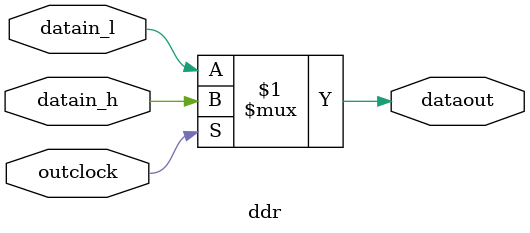
<source format=v>
module ddr(
    input datain_h,
    input datain_l,
    input outclock,
    output wire dataout
);

assign dataout = outclock ? datain_h : datain_l;

endmodule
</source>
